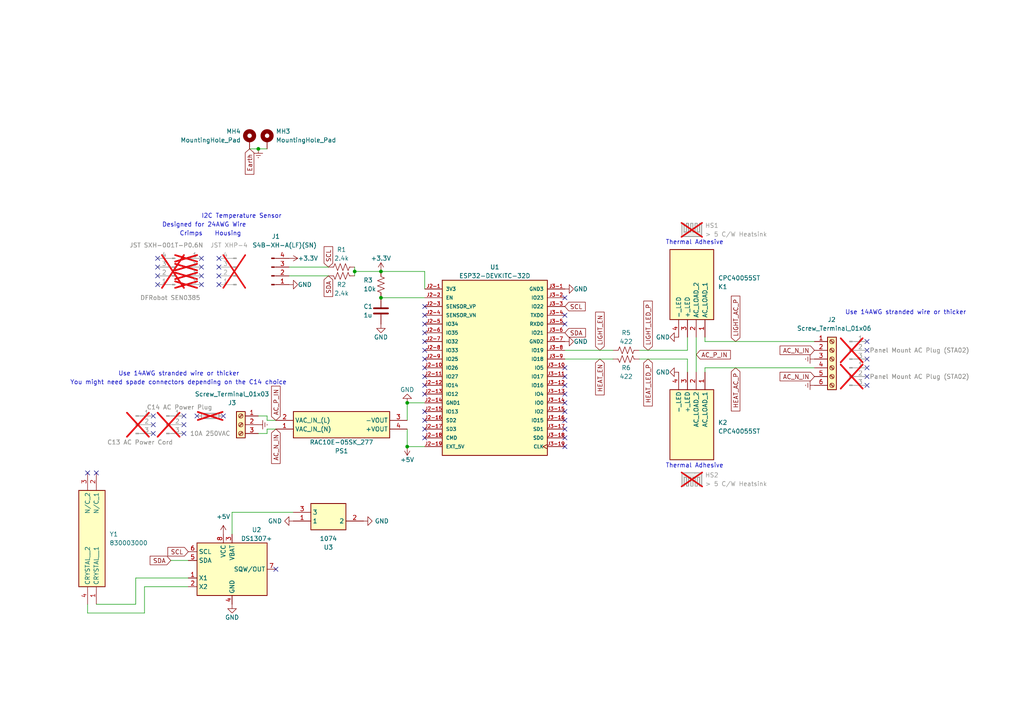
<source format=kicad_sch>
(kicad_sch (version 20231120) (generator "eeschema") (generator_version "8.0")
  (paper "A4")
  (lib_symbols
    (symbol "830003000:830003000"
      (property "Reference" "Y" (at 34.29 7.62 0))
      (property "Value" "830003000" (at 34.29 5.08 0))
      (symbol "830003000_1_1"
        (rectangle (start 5.08 2.54) (end 33.02 -5.08) (stroke (width 0.254)) (fill (type background)))
        (pin passive line (at 0 -2.54 0) (length 5.08) (name "CRYSTAL__1") (number "1"))
        (pin passive line (at 38.1 -2.54 180) (length 5.08) (name "N/C_1") (number "2"))
        (pin passive line (at 38.1 0 180) (length 5.08) (name "N/C_2") (number "3"))
        (pin passive line (at 0 0 0) (length 5.08) (name "CRYSTAL__2") (number "4"))
      )
    )
    (symbol "CPC40055ST:CPC40055ST"
      (property "Reference" "K" (at 26.67 7.62 0))
      (property "Value" "CPC40055ST" (at 26.67 5.08 0))
      (symbol "CPC40055ST_1_1"
        (rectangle (start 5.08 2.54) (end 25.4 -10.16) (stroke (width 0.254)) (fill (type background)))
        (pin passive line (at 0 0 0) (length 5.08) (name "AC_LOAD_1") (number "1"))
        (pin passive line (at 0 -2.54 0) (length 5.08) (name "AC_LOAD_2") (number "2"))
        (pin passive line (at 0 -5.08 0) (length 5.08) (name "+_LED") (number "3"))
        (pin passive line (at 0 -7.62 0) (length 5.08) (name "-_LED") (number "4"))
      )
    )
    (symbol "Connector:Conn_01x01_Pin" (pin_names (offset 1.016) hide)
      (property "Reference" "J" (at 0 2.54 0))
      (property "Value" "Conn_01x01_Pin" (at 0 -2.54 0))
      (symbol "Conn_01x01_Pin_1_1"
        (polyline (pts (xy 1.27 0) (xy 0.8636 0)) (stroke (width 0.1524)))
        (rectangle (start 0.8636 0.127) (end 0 -0.127) (stroke (width 0.1524)) (fill (type outline)))
        (pin passive line (at 5.08 0 180) (length 3.81) (name "Pin_1") (number "1"))
      )
    )
    (symbol "Connector:Conn_01x03_Pin" (pin_names (offset 1.016) hide)
      (property "Reference" "J" (at 0 5.08 0))
      (property "Value" "Conn_01x03_Pin" (at 0 -5.08 0))
      (symbol "Conn_01x03_Pin_1_1"
        (polyline (pts (xy 1.27 -2.54) (xy 0.8636 -2.54)) (stroke (width 0.1524)))
        (polyline (pts (xy 1.27 0) (xy 0.8636 0)) (stroke (width 0.1524)))
        (polyline (pts (xy 1.27 2.54) (xy 0.8636 2.54)) (stroke (width 0.1524)))
        (rectangle (start 0.8636 -2.413) (end 0 -2.667) (stroke (width 0.1524)) (fill (type outline)))
        (rectangle (start 0.8636 0.127) (end 0 -0.127) (stroke (width 0.1524)) (fill (type outline)))
        (rectangle (start 0.8636 2.667) (end 0 2.413) (stroke (width 0.1524)) (fill (type outline)))
        (pin passive line (at 5.08 2.54 180) (length 3.81) (name "Pin_1") (number "1"))
        (pin passive line (at 5.08 0 180) (length 3.81) (name "Pin_2") (number "2"))
        (pin passive line (at 5.08 -2.54 180) (length 3.81) (name "Pin_3") (number "3"))
      )
    )
    (symbol "Connector:Conn_01x04_Pin" (pin_names (offset 1.016) hide)
      (property "Reference" "J" (at 0 5.08 0))
      (property "Value" "Conn_01x04_Pin" (at 0 -7.62 0))
      (symbol "Conn_01x04_Pin_1_1"
        (polyline (pts (xy 1.27 -5.08) (xy 0.8636 -5.08)) (stroke (width 0.1524)))
        (polyline (pts (xy 1.27 -2.54) (xy 0.8636 -2.54)) (stroke (width 0.1524)))
        (polyline (pts (xy 1.27 0) (xy 0.8636 0)) (stroke (width 0.1524)))
        (polyline (pts (xy 1.27 2.54) (xy 0.8636 2.54)) (stroke (width 0.1524)))
        (rectangle (start 0.8636 -4.953) (end 0 -5.207) (stroke (width 0.1524)) (fill (type outline)))
        (rectangle (start 0.8636 -2.413) (end 0 -2.667) (stroke (width 0.1524)) (fill (type outline)))
        (rectangle (start 0.8636 0.127) (end 0 -0.127) (stroke (width 0.1524)) (fill (type outline)))
        (rectangle (start 0.8636 2.667) (end 0 2.413) (stroke (width 0.1524)) (fill (type outline)))
        (pin passive line (at 5.08 2.54 180) (length 3.81) (name "Pin_1") (number "1"))
        (pin passive line (at 5.08 0 180) (length 3.81) (name "Pin_2") (number "2"))
        (pin passive line (at 5.08 -2.54 180) (length 3.81) (name "Pin_3") (number "3"))
        (pin passive line (at 5.08 -5.08 180) (length 3.81) (name "Pin_4") (number "4"))
      )
    )
    (symbol "Connector:Screw_Terminal_01x03" (pin_names (offset 1.016) hide)
      (property "Reference" "J" (at 0 5.08 0))
      (property "Value" "Screw_Terminal_01x03" (at 0 -5.08 0))
      (symbol "Screw_Terminal_01x03_1_1"
        (rectangle (start -1.27 3.81) (end 1.27 -3.81) (stroke (width 0.254)) (fill (type background)))
        (circle (center 0 -2.54) (radius 0.635) (stroke (width 0.1524)))
        (polyline (pts (xy -0.5334 -2.2098) (xy 0.3302 -3.048)) (stroke (width 0.1524)))
        (polyline (pts (xy -0.5334 0.3302) (xy 0.3302 -0.508)) (stroke (width 0.1524)))
        (polyline (pts (xy -0.5334 2.8702) (xy 0.3302 2.032)) (stroke (width 0.1524)))
        (polyline (pts (xy -0.3556 -2.032) (xy 0.508 -2.8702)) (stroke (width 0.1524)))
        (polyline (pts (xy -0.3556 0.508) (xy 0.508 -0.3302)) (stroke (width 0.1524)))
        (polyline (pts (xy -0.3556 3.048) (xy 0.508 2.2098)) (stroke (width 0.1524)))
        (circle (center 0 0) (radius 0.635) (stroke (width 0.1524)))
        (circle (center 0 2.54) (radius 0.635) (stroke (width 0.1524)))
        (pin passive line (at -5.08 2.54 0) (length 3.81) (name "Pin_1") (number "1"))
        (pin passive line (at -5.08 0 0) (length 3.81) (name "Pin_2") (number "2"))
        (pin passive line (at -5.08 -2.54 0) (length 3.81) (name "Pin_3") (number "3"))
      )
    )
    (symbol "Connector:Screw_Terminal_01x06" (pin_names (offset 1.016) hide)
      (property "Reference" "J" (at 0 7.62 0))
      (property "Value" "Screw_Terminal_01x06" (at 0 -10.16 0))
      (symbol "Screw_Terminal_01x06_1_1"
        (rectangle (start -1.27 6.35) (end 1.27 -8.89) (stroke (width 0.254)) (fill (type background)))
        (circle (center 0 -7.62) (radius 0.635) (stroke (width 0.1524)))
        (circle (center 0 -5.08) (radius 0.635) (stroke (width 0.1524)))
        (circle (center 0 -2.54) (radius 0.635) (stroke (width 0.1524)))
        (polyline (pts (xy -0.5334 -7.2898) (xy 0.3302 -8.128)) (stroke (width 0.1524)))
        (polyline (pts (xy -0.5334 -4.7498) (xy 0.3302 -5.588)) (stroke (width 0.1524)))
        (polyline (pts (xy -0.5334 -2.2098) (xy 0.3302 -3.048)) (stroke (width 0.1524)))
        (polyline (pts (xy -0.5334 0.3302) (xy 0.3302 -0.508)) (stroke (width 0.1524)))
        (polyline (pts (xy -0.5334 2.8702) (xy 0.3302 2.032)) (stroke (width 0.1524)))
        (polyline (pts (xy -0.5334 5.4102) (xy 0.3302 4.572)) (stroke (width 0.1524)))
        (polyline (pts (xy -0.3556 -7.112) (xy 0.508 -7.9502)) (stroke (width 0.1524)))
        (polyline (pts (xy -0.3556 -4.572) (xy 0.508 -5.4102)) (stroke (width 0.1524)))
        (polyline (pts (xy -0.3556 -2.032) (xy 0.508 -2.8702)) (stroke (width 0.1524)))
        (polyline (pts (xy -0.3556 0.508) (xy 0.508 -0.3302)) (stroke (width 0.1524)))
        (polyline (pts (xy -0.3556 3.048) (xy 0.508 2.2098)) (stroke (width 0.1524)))
        (polyline (pts (xy -0.3556 5.588) (xy 0.508 4.7498)) (stroke (width 0.1524)))
        (circle (center 0 0) (radius 0.635) (stroke (width 0.1524)))
        (circle (center 0 2.54) (radius 0.635) (stroke (width 0.1524)))
        (circle (center 0 5.08) (radius 0.635) (stroke (width 0.1524)))
        (pin passive line (at -5.08 5.08 0) (length 3.81) (name "Pin_1") (number "1"))
        (pin passive line (at -5.08 2.54 0) (length 3.81) (name "Pin_2") (number "2"))
        (pin passive line (at -5.08 0 0) (length 3.81) (name "Pin_3") (number "3"))
        (pin passive line (at -5.08 -2.54 0) (length 3.81) (name "Pin_4") (number "4"))
        (pin passive line (at -5.08 -5.08 0) (length 3.81) (name "Pin_5") (number "5"))
        (pin passive line (at -5.08 -7.62 0) (length 3.81) (name "Pin_6") (number "6"))
      )
    )
    (symbol "Device:C" (pin_numbers hide) (pin_names (offset 0.254))
      (property "Reference" "C" (at 0.635 2.54 0))
      (property "Value" "C" (at 0.635 -2.54 0))
      (symbol "C_0_1"
        (polyline (pts (xy -2.032 -0.762) (xy 2.032 -0.762)) (stroke (width 0.508)))
        (polyline (pts (xy -2.032 0.762) (xy 2.032 0.762)) (stroke (width 0.508)))
      )
      (symbol "C_1_1"
        (pin passive line (at 0 3.81 270) (length 2.794) (name "~") (number "1"))
        (pin passive line (at 0 -3.81 90) (length 2.794) (name "~") (number "2"))
      )
    )
    (symbol "Device:Fuse" (pin_numbers hide) (pin_names (offset 0))
      (property "Reference" "F" (at 2.032 0 90))
      (property "Value" "Fuse" (at -1.905 0 90))
      (symbol "Fuse_0_1"
        (rectangle (start -0.762 -2.54) (end 0.762 2.54) (stroke (width 0.254)))
        (polyline (pts (xy 0 2.54) (xy 0 -2.54)))
      )
      (symbol "Fuse_1_1"
        (pin passive line (at 0 3.81 270) (length 1.27) (name "~") (number "1"))
        (pin passive line (at 0 -3.81 90) (length 1.27) (name "~") (number "2"))
      )
    )
    (symbol "Device:R_US" (pin_numbers hide) (pin_names (offset 0))
      (property "Reference" "R" (at 2.54 0 90))
      (property "Value" "R_US" (at -2.54 0 90))
      (symbol "R_US_0_1"
        (polyline (pts (xy 0 -2.286) (xy 0 -2.54)))
        (polyline (pts (xy 0 2.286) (xy 0 2.54)))
        (polyline (pts (xy 0 -0.762) (xy 1.016 -1.143) (xy 0 -1.524) (xy -1.016 -1.905) (xy 0 -2.286)))
        (polyline (pts (xy 0 0.762) (xy 1.016 0.381) (xy 0 0) (xy -1.016 -0.381) (xy 0 -0.762)))
        (polyline (pts (xy 0 2.286) (xy 1.016 1.905) (xy 0 1.524) (xy -1.016 1.143) (xy 0 0.762)))
      )
      (symbol "R_US_1_1"
        (pin passive line (at 0 3.81 270) (length 1.27) (name "~") (number "1"))
        (pin passive line (at 0 -3.81 90) (length 1.27) (name "~") (number "2"))
      )
    )
    (symbol "ESP32-DEVKITC-32D:ESP32-DEVKITC-32D" (pin_names (offset 1.016))
      (property "Reference" "U" (at -15.2572 26.0643 0))
      (property "Value" "ESP32-DEVKITC-32D" (at -15.2563 -27.9698 0))
      (symbol "ESP32-DEVKITC-32D_0_0"
        (rectangle (start -15.24 25.4) (end 15.24 -25.4) (stroke (width 0.254)) (fill (type background)))
        (pin bidirectional line (at -20.32 0 0) (length 5.08) (name "IO26") (number "J2-10"))
        (pin bidirectional line (at -20.32 -2.54 0) (length 5.08) (name "IO27") (number "J2-11"))
        (pin bidirectional line (at -20.32 -5.08 0) (length 5.08) (name "IO14") (number "J2-12"))
        (pin bidirectional line (at -20.32 -7.62 0) (length 5.08) (name "IO12") (number "J2-13"))
        (pin power_in line (at -20.32 -10.16 0) (length 5.08) (name "GND1") (number "J2-14"))
        (pin bidirectional line (at -20.32 -12.7 0) (length 5.08) (name "IO13") (number "J2-15"))
        (pin bidirectional line (at -20.32 -15.24 0) (length 5.08) (name "SD2") (number "J2-16"))
        (pin bidirectional line (at -20.32 -17.78 0) (length 5.08) (name "SD3") (number "J2-17"))
        (pin bidirectional line (at -20.32 -20.32 0) (length 5.08) (name "CMD") (number "J2-18"))
        (pin power_in line (at -20.32 -22.86 0) (length 5.08) (name "EXT_5V") (number "J2-19"))
        (pin input line (at -20.32 20.32 0) (length 5.08) (name "EN") (number "J2-2"))
        (pin input line (at -20.32 17.78 0) (length 5.08) (name "SENSOR_VP") (number "J2-3"))
        (pin input line (at -20.32 15.24 0) (length 5.08) (name "SENSOR_VN") (number "J2-4"))
        (pin bidirectional line (at -20.32 12.7 0) (length 5.08) (name "IO34") (number "J2-5"))
        (pin bidirectional line (at -20.32 10.16 0) (length 5.08) (name "IO35") (number "J2-6"))
        (pin bidirectional line (at -20.32 7.62 0) (length 5.08) (name "IO32") (number "J2-7"))
        (pin bidirectional line (at -20.32 5.08 0) (length 5.08) (name "IO33") (number "J2-8"))
        (pin bidirectional line (at -20.32 2.54 0) (length 5.08) (name "IO25") (number "J2-9"))
        (pin power_in line (at 20.32 22.86 180) (length 5.08) (name "GND3") (number "J3-1"))
        (pin bidirectional line (at 20.32 0 180) (length 5.08) (name "IO5") (number "J3-10"))
        (pin bidirectional line (at 20.32 -2.54 180) (length 5.08) (name "IO17") (number "J3-11"))
        (pin bidirectional line (at 20.32 -5.08 180) (length 5.08) (name "IO16") (number "J3-12"))
        (pin bidirectional line (at 20.32 -7.62 180) (length 5.08) (name "IO4") (number "J3-13"))
        (pin bidirectional line (at 20.32 -10.16 180) (length 5.08) (name "IO0") (number "J3-14"))
        (pin bidirectional line (at 20.32 -12.7 180) (length 5.08) (name "IO2") (number "J3-15"))
        (pin bidirectional line (at 20.32 -15.24 180) (length 5.08) (name "IO15") (number "J3-16"))
        (pin bidirectional line (at 20.32 -17.78 180) (length 5.08) (name "SD1") (number "J3-17"))
        (pin bidirectional line (at 20.32 -20.32 180) (length 5.08) (name "SD0") (number "J3-18"))
        (pin input clock (at 20.32 -22.86 180) (length 5.08) (name "CLK") (number "J3-19"))
        (pin bidirectional line (at 20.32 20.32 180) (length 5.08) (name "IO23") (number "J3-2"))
        (pin bidirectional line (at 20.32 17.78 180) (length 5.08) (name "IO22") (number "J3-3"))
        (pin output line (at 20.32 15.24 180) (length 5.08) (name "TXD0") (number "J3-4"))
        (pin input line (at 20.32 12.7 180) (length 5.08) (name "RXD0") (number "J3-5"))
        (pin bidirectional line (at 20.32 10.16 180) (length 5.08) (name "IO21") (number "J3-6"))
        (pin power_in line (at 20.32 7.62 180) (length 5.08) (name "GND2") (number "J3-7"))
        (pin bidirectional line (at 20.32 5.08 180) (length 5.08) (name "IO19") (number "J3-8"))
        (pin bidirectional line (at 20.32 2.54 180) (length 5.08) (name "IO18") (number "J3-9"))
      )
      (symbol "ESP32-DEVKITC-32D_1_0"
        (pin power_out line (at -20.32 22.86 0) (length 5.08) (name "3V3") (number "J2-1"))
      )
    )
    (symbol "Keystone 1074:1074"
      (property "Reference" "U" (at 16.51 7.62 0))
      (property "Value" "1074" (at 16.51 5.08 0))
      (symbol "1074_1_1"
        (rectangle (start 5.08 2.54) (end 15.24 -5.08) (stroke (width 0.254)) (fill (type background)))
        (pin passive line (at 20.32 0 180) (length 5.08) (name "1") (number "1"))
        (pin passive line (at 0 0 0) (length 5.08) (name "2") (number "2"))
        (pin passive line (at 20.32 -2.54 180) (length 5.08) (name "3") (number "3"))
      )
    )
    (symbol "Mechanical:Heatsink" (pin_names (offset 1.016))
      (property "Reference" "HS" (at 0 5.08 0))
      (property "Value" "Heatsink" (at 0 -1.27 0))
      (symbol "Heatsink_0_1"
        (polyline (pts (xy -0.3302 1.27) (xy -0.9652 1.27) (xy -0.9652 3.81) (xy -1.6002 3.81) (xy -1.6002 1.27) (xy -2.2352 1.27) (xy -2.2352 3.81) (xy -2.8702 3.81) (xy -2.8702 0) (xy -0.9652 0)) (stroke (width 0.254)) (fill (type background)))
        (polyline (pts (xy -0.3302 1.27) (xy -0.3302 3.81) (xy 0.3048 3.81) (xy 0.3048 1.27) (xy 0.9398 1.27) (xy 0.9398 3.81) (xy 1.5748 3.81) (xy 1.5748 1.27) (xy 2.2098 1.27) (xy 2.2098 3.81) (xy 2.8448 3.81) (xy 2.8448 0) (xy -0.9652 0)) (stroke (width 0.254)) (fill (type background)))
      )
    )
    (symbol "Mechanical:MountingHole_Pad" (pin_numbers hide) (pin_names (offset 1.016) hide)
      (property "Reference" "H" (at 0 6.35 0))
      (property "Value" "MountingHole_Pad" (at 0 4.445 0))
      (symbol "MountingHole_Pad_0_1"
        (circle (center 0 1.27) (radius 1.27) (stroke (width 1.27)))
      )
      (symbol "MountingHole_Pad_1_1"
        (pin input line (at 0 -2.54 90) (length 2.54) (name "1") (number "1"))
      )
    )
    (symbol "PassiveEarth:Earth" (power) (pin_names (offset 0))
      (symbol "Earth_0_1"
        (polyline (pts (xy -0.635 -1.905) (xy 0.635 -1.905)))
        (polyline (pts (xy -0.127 -2.54) (xy 0.127 -2.54)))
        (polyline (pts (xy 0 -1.27) (xy 0 0)))
        (polyline (pts (xy 1.27 -1.27) (xy -1.27 -1.27)))
      )
      (symbol "Earth_1_1"
        (pin passive line (at 0 0 270) (length 0) hide (name "Earth") (number "1"))
      )
    )
    (symbol "RAC10E-05SK_277:RAC10E-05SK_277"
      (property "Reference" "PS" (at 34.29 7.62 0))
      (property "Value" "RAC10E-05SK_277" (at 34.29 5.08 0))
      (symbol "RAC10E-05SK_277_1_1"
        (rectangle (start 5.08 2.54) (end 33.02 -5.08) (stroke (width 0.254)) (fill (type background)))
        (pin passive line (at 0 0 0) (length 5.08) (name "VAC_IN_(N)") (number "1"))
        (pin passive line (at 0 -2.54 0) (length 5.08) (name "VAC_IN_(L)") (number "2"))
        (pin power_out line (at 38.1 -2.54 180) (length 5.08) (name "-VOUT") (number "3"))
        (pin power_out line (at 38.1 0 180) (length 5.08) (name "+VOUT") (number "4"))
      )
    )
    (symbol "Timer_RTC:DS1307+"
      (property "Reference" "U" (at -8.89 8.89 0))
      (property "Value" "DS1307+" (at 1.27 8.89 0))
      (symbol "DS1307+_0_1"
        (rectangle (start -10.16 7.62) (end 10.16 -7.62) (stroke (width 0.254)) (fill (type background)))
      )
      (symbol "DS1307+_1_1"
        (pin input line (at -12.7 -2.54 0) (length 2.54) (name "X1") (number "1"))
        (pin input line (at -12.7 -5.08 0) (length 2.54) (name "X2") (number "2"))
        (pin power_in line (at 0 10.16 270) (length 2.54) (name "VBAT") (number "3"))
        (pin power_in line (at 0 -10.16 90) (length 2.54) (name "GND") (number "4"))
        (pin bidirectional line (at -12.7 2.54 0) (length 2.54) (name "SDA") (number "5"))
        (pin input line (at -12.7 5.08 0) (length 2.54) (name "SCL") (number "6"))
        (pin open_collector line (at 12.7 0 180) (length 2.54) (name "SQW/OUT") (number "7"))
        (pin power_in line (at -2.54 10.16 270) (length 2.54) (name "VCC") (number "8"))
      )
    )
    (symbol "power:+3.3V" (power) (pin_names (offset 0))
      (property "Value" "+3.3V" (at 0 3.556 0))
      (symbol "+3.3V_0_1"
        (polyline (pts (xy -0.762 1.27) (xy 0 2.54)))
        (polyline (pts (xy 0 0) (xy 0 2.54)))
        (polyline (pts (xy 0 2.54) (xy 0.762 1.27)))
      )
      (symbol "+3.3V_1_1"
        (pin power_in line (at 0 0 90) (length 0) hide (name "+3.3V") (number "1"))
      )
    )
    (symbol "power:+5V" (power) (pin_names (offset 0))
      (property "Value" "+5V" (at 0 3.556 0))
      (symbol "+5V_0_1"
        (polyline (pts (xy -0.762 1.27) (xy 0 2.54)))
        (polyline (pts (xy 0 0) (xy 0 2.54)))
        (polyline (pts (xy 0 2.54) (xy 0.762 1.27)))
      )
      (symbol "+5V_1_1"
        (pin power_in line (at 0 0 90) (length 0) hide (name "+5V") (number "1"))
      )
    )
    (symbol "power:GND" (power) (pin_names (offset 0))
      (property "Value" "GND" (at 0 -3.81 0))
      (symbol "GND_0_1"
        (polyline (pts (xy 0 0) (xy 0 -1.27) (xy 1.27 -1.27) (xy 0 -2.54) (xy -1.27 -1.27) (xy 0 -1.27)))
      )
      (symbol "GND_1_1"
        (pin power_in line (at 0 0 270) (length 0) hide (name "GND") (number "1"))
      )
    )
  )
  (junction (at 118.11 129.54))
  (junction (at 110.49 86.36))
  (junction (at 118.11 116.84))
  (junction (at 74.93 43.18))
  (junction (at 102.87 78.74))
  (junction (at 110.49 78.74))
  (no_connect (at 251.46 101.6))
  (no_connect (at 123.19 88.9))
  (no_connect (at 45.72 82.55))
  (no_connect (at 45.72 74.93))
  (no_connect (at 163.83 106.68))
  (no_connect (at 123.19 106.68))
  (no_connect (at 80.01 165.1))
  (no_connect (at 123.19 101.6))
  (no_connect (at 44.45 120.65))
  (no_connect (at 123.19 104.14))
  (no_connect (at 163.83 129.54))
  (no_connect (at 58.42 82.55))
  (no_connect (at 163.83 127))
  (no_connect (at 27.94 137.16))
  (no_connect (at 163.83 91.44))
  (no_connect (at 44.45 125.73))
  (no_connect (at 123.19 93.98))
  (no_connect (at 123.19 109.22))
  (no_connect (at 163.83 116.84))
  (no_connect (at 163.83 119.38))
  (no_connect (at 63.5 82.55))
  (no_connect (at 123.19 99.06))
  (no_connect (at 123.19 121.92))
  (no_connect (at 63.5 77.47))
  (no_connect (at 251.46 104.14))
  (no_connect (at 63.5 80.01))
  (no_connect (at 163.83 121.92))
  (no_connect (at 163.83 111.76))
  (no_connect (at 251.46 99.06))
  (no_connect (at 58.42 74.93))
  (no_connect (at 44.45 123.19))
  (no_connect (at 58.42 80.01))
  (no_connect (at 57.15 120.65))
  (no_connect (at 123.19 119.38))
  (no_connect (at 58.42 77.47))
  (no_connect (at 163.83 109.22))
  (no_connect (at 45.72 80.01))
  (no_connect (at 163.83 93.98))
  (no_connect (at 123.19 111.76))
  (no_connect (at 251.46 109.22))
  (no_connect (at 163.83 114.3))
  (no_connect (at 53.34 123.19))
  (no_connect (at 123.19 114.3))
  (no_connect (at 25.4 137.16))
  (no_connect (at 45.72 77.47))
  (no_connect (at 163.83 124.46))
  (no_connect (at 64.77 120.65))
  (no_connect (at 251.46 111.76))
  (no_connect (at 53.34 120.65))
  (no_connect (at 123.19 96.52))
  (no_connect (at 63.5 74.93))
  (no_connect (at 251.46 106.68))
  (no_connect (at 163.83 86.36))
  (no_connect (at 123.19 91.44))
  (no_connect (at 123.19 124.46))
  (no_connect (at 53.34 125.73))
  (no_connect (at 123.19 127))
  (wire (pts (xy 83.82 77.47) (xy 95.25 77.47)))
  (wire (pts (xy 41.91 177.8) (xy 41.91 170.18)))
  (wire (pts (xy 118.11 124.46) (xy 118.11 129.54)))
  (wire (pts (xy 102.87 78.74) (xy 102.87 80.01)))
  (wire (pts (xy 118.11 129.54) (xy 123.19 129.54)))
  (wire (pts (xy 199.39 97.79) (xy 199.39 101.6)))
  (wire (pts (xy 77.47 120.65) (xy 77.47 121.92)))
  (wire (pts (xy 123.19 78.74) (xy 123.19 83.82)))
  (wire (pts (xy 118.11 116.84) (xy 123.19 116.84)))
  (wire (pts (xy 201.93 97.79) (xy 201.93 107.95)))
  (wire (pts (xy 39.37 167.64) (xy 54.61 167.64)))
  (wire (pts (xy 27.94 175.26) (xy 39.37 175.26)))
  (wire (pts (xy 199.39 104.14) (xy 199.39 107.95)))
  (wire (pts (xy 74.93 120.65) (xy 77.47 120.65)))
  (wire (pts (xy 74.93 43.18) (xy 72.39 43.18)))
  (wire (pts (xy 163.83 101.6) (xy 177.8 101.6)))
  (wire (pts (xy 102.87 77.47) (xy 102.87 78.74)))
  (wire (pts (xy 118.11 116.84) (xy 118.11 121.92)))
  (wire (pts (xy 110.49 86.36) (xy 123.19 86.36)))
  (wire (pts (xy 67.31 148.59) (xy 85.09 148.59)))
  (wire (pts (xy 185.42 101.6) (xy 199.39 101.6)))
  (wire (pts (xy 77.47 124.46) (xy 80.01 124.46)))
  (wire (pts (xy 74.93 125.73) (xy 77.47 125.73)))
  (wire (pts (xy 83.82 80.01) (xy 95.25 80.01)))
  (wire (pts (xy 163.83 104.14) (xy 177.8 104.14)))
  (wire (pts (xy 204.47 106.68) (xy 236.22 106.68)))
  (wire (pts (xy 49.53 162.56) (xy 54.61 162.56)))
  (wire (pts (xy 74.93 43.18) (xy 77.47 43.18)))
  (wire (pts (xy 67.31 148.59) (xy 67.31 154.94)))
  (wire (pts (xy 204.47 99.06) (xy 204.47 97.79)))
  (wire (pts (xy 41.91 170.18) (xy 54.61 170.18)))
  (wire (pts (xy 204.47 107.95) (xy 204.47 106.68)))
  (wire (pts (xy 39.37 175.26) (xy 39.37 167.64)))
  (wire (pts (xy 185.42 104.14) (xy 199.39 104.14)))
  (wire (pts (xy 110.49 78.74) (xy 123.19 78.74)))
  (wire (pts (xy 25.4 175.26) (xy 25.4 177.8)))
  (wire (pts (xy 102.87 78.74) (xy 110.49 78.74)))
  (wire (pts (xy 77.47 125.73) (xy 77.47 124.46)))
  (wire (pts (xy 77.47 121.92) (xy 80.01 121.92)))
  (wire (pts (xy 25.4 177.8) (xy 41.91 177.8)))
  (wire (pts (xy 236.22 99.06) (xy 204.47 99.06)))
  (text "You might need spade connectors depending on the C14 choice" (at 20.32 111.76 0) (effects (font (size 1.27 1.27)) (justify left bottom)))
  (text "Thermal Adhesive" (at 193.04 135.89 0) (effects (font (size 1.27 1.27)) (justify left bottom)))
  (text "Use 14AWG stranded wire or thicker" (at 34.29 109.22 0) (effects (font (size 1.27 1.27)) (justify left bottom)))
  (text "Use 14AWG stranded wire or thicker" (at 245.11 91.44 0) (effects (font (size 1.27 1.27)) (justify left bottom)))
  (text "Designed for 24AWG Wire" (at 46.99 66.04 0) (effects (font (size 1.27 1.27)) (justify left bottom)))
  (text "Crimps" (at 52.07 68.58 0) (effects (font (size 1.27 1.27)) (justify left bottom)))
  (text "Housing" (at 62.23 68.58 0) (effects (font (size 1.27 1.27)) (justify left bottom)))
  (text "Thermal Adhesive" (at 193.04 71.12 0) (effects (font (size 1.27 1.27)) (justify left bottom)))
  (text "I2C Temperature Sensor" (at 58.42 63.5 0) (effects (font (size 1.27 1.27)) (justify left bottom)))
  (global_label "HEAT_EN" (shape input) (at 173.99 104.14 270) (property "Intersheetrefs" "${INTERSHEET_REFS}" (effects (hide yes))))
  (global_label "LIGHT_LED_P" (shape input) (at 187.96 101.6 90) (property "Intersheetrefs" "${INTERSHEET_REFS}" (effects (hide yes))))
  (global_label "HEAT_AC_P" (shape input) (at 213.36 106.68 270) (property "Intersheetrefs" "${INTERSHEET_REFS}" (effects (hide yes))))
  (global_label "SCL" (shape input) (at 163.83 88.9 0) (property "Intersheetrefs" "${INTERSHEET_REFS}" (effects (hide yes))))
  (global_label "SDA" (shape input) (at 95.25 80.01 270) (property "Intersheetrefs" "${INTERSHEET_REFS}" (effects (hide yes))))
  (global_label "AC_P_IN" (shape input) (at 201.93 102.87 0) (property "Intersheetrefs" "${INTERSHEET_REFS}" (effects (hide yes))))
  (global_label "AC_P_IN" (shape input) (at 80.01 121.92 90) (property "Intersheetrefs" "${INTERSHEET_REFS}" (effects (hide yes))))
  (global_label "AC_N_IN" (shape input) (at 236.22 109.22 180) (property "Intersheetrefs" "${INTERSHEET_REFS}" (effects (hide yes))))
  (global_label "AC_N_IN" (shape input) (at 80.01 124.46 270) (property "Intersheetrefs" "${INTERSHEET_REFS}" (effects (hide yes))))
  (global_label "SCL" (shape input) (at 54.61 160.02 180) (property "Intersheetrefs" "${INTERSHEET_REFS}" (effects (hide yes))))
  (global_label "SDA" (shape input) (at 49.53 162.56 180) (property "Intersheetrefs" "${INTERSHEET_REFS}" (effects (hide yes))))
  (global_label "HEAT_LED_P" (shape input) (at 187.96 104.14 270) (property "Intersheetrefs" "${INTERSHEET_REFS}" (effects (hide yes))))
  (global_label "SDA" (shape input) (at 163.83 96.52 0) (property "Intersheetrefs" "${INTERSHEET_REFS}" (effects (hide yes))))
  (global_label "LIGHT_AC_P" (shape input) (at 213.36 99.06 90) (property "Intersheetrefs" "${INTERSHEET_REFS}" (effects (hide yes))))
  (global_label "LIGHT_EN" (shape input) (at 173.99 101.6 90) (property "Intersheetrefs" "${INTERSHEET_REFS}" (effects (hide yes))))
  (global_label "Earth" (shape input) (at 72.39 43.18 270) (property "Intersheetrefs" "${INTERSHEET_REFS}" (effects (hide yes))))
  (global_label "SCL" (shape input) (at 95.25 77.47 90) (property "Intersheetrefs" "${INTERSHEET_REFS}" (effects (hide yes))))
  (global_label "AC_N_IN" (shape input) (at 236.22 101.6 180) (property "Intersheetrefs" "${INTERSHEET_REFS}" (effects (hide yes))))
  (symbol (lib_id "power:+5V") (at 64.77 154.94 0) (mirror y) (unit 1)
    (property "Reference" "#PWR015" (effects (hide yes)))
    (property "Value" "+5V" (at 64.77 149.86 0))
  )
  (symbol (lib_id "Device:R_US") (at 99.06 80.01 90) (mirror x) (unit 1)
    (property "Reference" "R2" (at 99.06 82.55 90))
    (property "Value" "2.4k" (at 99.06 85.09 90))
    (property "Footprint" "Resistor_SMD:R_1206_3216Metric_Pad1.30x1.75mm_HandSolder" (effects (hide yes)))
    (property "Datasheet" "https://industrial.panasonic.com/cdbs/www-data/pdf/RDM0000/AOA0000C307.pdf" (effects (hide yes)))
    (property "Manufacturer_Name" "Panasonic" (effects (hide yes)))
    (property "Manufacturer_Part_Number" "ERA-8AEB242V" (effects (hide yes)))
    (property "Price" "$0.64" (effects (hide yes)))
    (property "Digikey Link" "https://www.digikey.com/en/products/detail/panasonic-electronic-components/ERA-8AEB242V/3070902" (effects (hide yes)))
    (property "Mouser Link" "https://www.mouser.com/ProductDetail/667-ERA-8AEB242V" (effects (hide yes)))
  )
  (symbol (lib_id "Device:R_US") (at 99.06 77.47 90) (unit 1)
    (property "Reference" "R1" (at 99.06 72.39 90))
    (property "Value" "2.4k" (at 99.06 74.93 90))
    (property "Footprint" "Resistor_SMD:R_1206_3216Metric_Pad1.30x1.75mm_HandSolder" (effects (hide yes)))
    (property "Datasheet" "https://industrial.panasonic.com/cdbs/www-data/pdf/RDM0000/AOA0000C307.pdf" (effects (hide yes)))
    (property "Manufacturer_Name" "Panasonic" (effects (hide yes)))
    (property "Manufacturer_Part_Number" "ERA-8AEB242V" (effects (hide yes)))
    (property "Price" "$0.64" (effects (hide yes)))
    (property "Digikey Link" "https://www.digikey.com/en/products/detail/panasonic-electronic-components/ERA-8AEB242V/3070902" (effects (hide yes)))
    (property "Mouser Link" "https://www.mouser.com/ProductDetail/667-ERA-8AEB242V" (effects (hide yes)))
  )
  (symbol (lib_id "Mechanical:MountingHole_Pad") (at 77.47 40.64 0) (unit 1) (exclude_from_sim yes) (in_bom no)
    (property "Reference" "MH3" (at 80.01 38.1 0) (effects (justify left)))
    (property "Value" "MountingHole_Pad" (at 80.01 40.64 0) (effects (justify left)))
    (property "Footprint" "MountingHole:MountingHole_3.2mm_M3_Pad_Via" (effects (hide yes)))
  )
  (symbol (lib_id "Connector:Screw_Terminal_01x06") (at 241.3 104.14 0) (unit 1) (exclude_from_sim yes)
    (property "Reference" "J2" (at 240.03 92.71 0) (effects (justify left)))
    (property "Value" "Screw_Terminal_01x06" (at 231.14 95.25 0) (effects (justify left)))
    (property "Footprint" "Phoenix 1713969:1713969" (effects (hide yes)))
    (property "Datasheet" "https://www.phoenixcontact.com/en-us/products/printed-circuit-board-terminal-mkds-5-6-635-1713969?type=pdf" (effects (hide yes)))
    (property "Manufacturer_Name" "Phoenix Contact" (effects (hide yes)))
    (property "Manufacturer_Part_Number" "1713969" (effects (hide yes)))
    (property "Price" "$5.84" (effects (hide yes)))
    (property "Digikey Link" "https://www.digikey.com/en/products/detail/phoenix-contact/1713969/6162773" (effects (hide yes)))
    (property "Mouser Link" "https://www.mouser.com/ProductDetail/651-1713969" (effects (hide yes)))
  )
  (symbol (lib_id "Device:R_US") (at 181.61 104.14 90) (mirror x) (unit 1)
    (property "Reference" "R6" (at 181.61 106.68 90))
    (property "Value" "422" (at 181.61 109.22 90))
    (property "Footprint" "Resistor_SMD:R_1206_3216Metric_Pad1.30x1.75mm_HandSolder" (effects (hide yes)))
    (property "Datasheet" "https://industrial.panasonic.com/cdbs/www-data/pdf/RDM0000/AOA0000C307.pdf" (effects (hide yes)))
    (property "Manufacturer_Name" "Panasonic" (effects (hide yes)))
    (property "Manufacturer_Part_Number" "ERA-8AEB4220V" (effects (hide yes)))
    (property "Price" "$0.66" (effects (hide yes)))
    (property "Digikey Link" "https://www.digikey.com/en/products/detail/panasonic-electronic-components/ERA-8AEB4220V/3071017" (effects (hide yes)))
    (property "Mouser Link" "https://www.mouser.com/ProductDetail/667-ERA-8AEB4220V" (effects (hide yes)))
  )
  (symbol (lib_id "Device:R_US") (at 110.49 82.55 180) (unit 1)
    (property "Reference" "R3" (at 105.41 81.28 0) (effects (justify right)))
    (property "Value" "10k" (at 105.41 83.82 0) (effects (justify right)))
    (property "Footprint" "Resistor_SMD:R_1206_3216Metric_Pad1.30x1.75mm_HandSolder" (effects (hide yes)))
    (property "Datasheet" "https://industrial.panasonic.com/cdbs/www-data/pdf/RDM0000/AOA0000C307.pdf" (effects (hide yes)))
    (property "Manufacturer_Name" "Panasonic" (effects (hide yes)))
    (property "Manufacturer_Part_Number" "ERA-8AEB103V" (effects (hide yes)))
    (property "Price" "$0.70" (effects (hide yes)))
    (property "Digikey Link" "https://www.digikey.com/en/products/detail/panasonic-electronic-components/ERA-8AEB103V/3070742" (effects (hide yes)))
    (property "Mouser Link" "https://www.mouser.com/ProductDetail/667-ERA-8AEB103V" (effects (hide yes)))
  )
  (symbol (lib_id "power:GND") (at 163.83 83.82 90) (unit 1)
    (property "Reference" "#PWR07" (effects (hide yes)))
    (property "Value" "GND" (at 166.37 83.82 90) (effects (justify right)))
  )
  (symbol (lib_id "power:+3.3V") (at 83.82 74.93 270) (unit 1)
    (property "Reference" "#PWR012" (effects (hide yes)))
    (property "Value" "+3.3V" (at 86.36 74.93 90) (effects (justify left)))
  )
  (symbol (lib_id "power:GND") (at 196.85 107.95 270) (unit 1)
    (property "Reference" "#PWR010" (effects (hide yes)))
    (property "Value" "GND" (at 194.31 107.95 90) (effects (justify right)))
  )
  (symbol (lib_id "Connector:Conn_01x04_Pin") (at 50.8 80.01 180) (unit 1) (exclude_from_sim yes) (on_board no) (dnp yes)
    (property "Reference" "TempSensor1" (effects (hide yes)))
    (property "Value" "DFRobot SEN0385" (at 40.64 86.36 0) (effects (justify right)))
    (property "Datasheet" "https://media.digikey.com/pdf/Data%20Sheets/DFRobot%20PDFs/SEN0385_Web.pdf" (effects (hide yes)))
    (property "Manufacturer_Name" "DFRobot" (effects (hide yes)))
    (property "Manufacturer_Part_Number" "SEN0385" (effects (hide yes)))
    (property "Price" "$19.90" (effects (hide yes)))
    (property "Digikey Link" "https://www.digikey.com/en/products/detail/dfrobot/SEN0385/13590873" (effects (hide yes)))
    (property "Mouser Link" "https://www.mouser.com/ProductDetail/426-SEN0385" (effects (hide yes)))
  )
  (symbol (lib_id "Device:R_US") (at 181.61 101.6 90) (unit 1)
    (property "Reference" "R5" (at 181.61 96.52 90))
    (property "Value" "422" (at 181.61 99.06 90))
    (property "Footprint" "Resistor_SMD:R_1206_3216Metric_Pad1.30x1.75mm_HandSolder" (effects (hide yes)))
    (property "Datasheet" "https://industrial.panasonic.com/cdbs/www-data/pdf/RDM0000/AOA0000C307.pdf" (effects (hide yes)))
    (property "Manufacturer_Name" "Panasonic" (effects (hide yes)))
    (property "Manufacturer_Part_Number" "ERA-8AEB4220V" (effects (hide yes)))
    (property "Price" "$0.66" (effects (hide yes)))
    (property "Digikey Link" "https://www.digikey.com/en/products/detail/panasonic-electronic-components/ERA-8AEB4220V/3071017" (effects (hide yes)))
    (property "Mouser Link" "https://www.mouser.com/ProductDetail/667-ERA-8AEB4220V" (effects (hide yes)))
  )
  (symbol (lib_id "power:GND") (at 110.49 93.98 0) (unit 1)
    (property "Reference" "#PWR09" (effects (hide yes)))
    (property "Value" "GND" (at 110.49 97.79 0))
  )
  (symbol (lib_id "ESP32-DEVKITC-32D:ESP32-DEVKITC-32D") (at 143.51 106.68 0) (unit 1) (exclude_from_sim yes)
    (property "Reference" "U1" (at 143.51 77.47 0))
    (property "Value" "ESP32-DEVKITC-32D" (at 143.51 80.01 0))
    (property "Footprint" "ESP32-DEVKITC-32D:MODULE_ESP32-DEVKITC-32D" (effects (hide yes)))
    (property "Datasheet" "https://www.mouser.com/pdfDocs/esp32_datasheet_en.pdf" (effects (hide yes)))
    (property "Manufacturer_Name" "Espressif Systems" (effects (hide yes)))
    (property "Manufacturer_Part_Number" "ESP32-DevKitC-32E" (effects (hide yes)))
    (property "Price" "$10.00" (effects (hide yes)))
    (property "Digikey Link" "https://www.digikey.com/en/products/detail/espressif-systems/ESP32-DEVKITC-32D/9356990" (effects (hide yes)))
    (property "Mouser Link" "https://www.mouser.com/ProductDetail/356-ESP32-DEVKITC32E" (effects (hide yes)))
  )
  (symbol (lib_id "Mechanical:MountingHole_Pad") (at 72.39 40.64 0) (mirror y) (unit 1) (exclude_from_sim yes) (in_bom no)
    (property "Reference" "MH4" (at 69.85 38.1 0) (effects (justify left)))
    (property "Value" "MountingHole_Pad" (at 69.85 40.64 0) (effects (justify left)))
    (property "Footprint" "MountingHole:MountingHole_3.2mm_M3_Pad_Via" (effects (hide yes)))
  )
  (symbol (lib_id "830003000:830003000") (at 25.4 175.26 90) (unit 1)
    (property "Reference" "Y1" (at 31.75 154.9399 90) (effects (justify right)))
    (property "Value" "830003000" (at 31.75 157.4799 90) (effects (justify right)))
    (property "Footprint" "830003000:830003000" (effects (hide yes)))
    (property "Datasheet" "https://www.we-online.com/components/products/datasheet/830003000.pdf" (effects (hide yes)))
    (property "Description" "32.768 kHz +/-20ppm Crystal 12.5pF 50 kOhms 4-SOJ, 5.5mm pitch " (effects (hide yes)))
    (property "Height" "2.5" (effects (hide yes)))
    (property "Mouser Part Number" "710-830003000" (effects (hide yes)))
    (property "Mouser Price/Stock" "https://www.mouser.co.uk/ProductDetail/Wurth-Elektronik/830003000?qs=2WXlatMagcFgTyBqolG%2Fpw%3D%3D" (effects (hide yes)))
    (property "Manufacturer_Name" "Wurth Elektronik" (effects (hide yes)))
    (property "Manufacturer_Part_Number" "830003000" (effects (hide yes)))
  )
  (symbol (lib_id "power:GND") (at 163.83 99.06 90) (unit 1)
    (property "Reference" "#PWR08" (effects (hide yes)))
    (property "Value" "GND" (at 166.37 99.06 90) (effects (justify right)))
  )
  (symbol (lib_id "CPC40055ST:CPC40055ST") (at 204.47 97.79 270) (mirror x) (unit 1) (exclude_from_sim yes)
    (property "Reference" "K1" (at 208.28 83.185 90) (effects (justify left)))
    (property "Value" "CPC40055ST" (at 208.28 80.645 90) (effects (justify left)))
    (property "Footprint" "CPC40055ST:CPC40055ST" (effects (hide yes)))
    (property "Datasheet" "https://www.ixysic.com/home/pdfs.nsf/www/CPC40055ST.pdf/$file/CPC40055ST.pdf" (effects (hide yes)))
    (property "Manufacturer_Name" "IXYS Integrated Circuits Division" (effects (hide yes)))
    (property "Manufacturer_Part_Number" "CPC40055ST" (effects (hide yes)))
    (property "Price" "$13.35" (effects (hide yes)))
    (property "Digikey Link" "https://www.digikey.com/en/products/detail/ixys-integrated-circuits-division/CPC40055ST/4785448" (effects (hide yes)))
    (property "Mouser Link" "https://www.mouser.com/ProductDetail/849-CPC40055ST" (effects (hide yes)))
  )
  (symbol (lib_id "CPC40055ST:CPC40055ST") (at 204.47 107.95 270) (unit 1) (exclude_from_sim yes)
    (property "Reference" "K2" (at 208.28 122.555 90) (effects (justify left)))
    (property "Value" "CPC40055ST" (at 208.28 125.095 90) (effects (justify left)))
    (property "Footprint" "CPC40055ST:CPC40055ST" (effects (hide yes)))
    (property "Datasheet" "https://www.ixysic.com/home/pdfs.nsf/www/CPC40055ST.pdf/$file/CPC40055ST.pdf" (effects (hide yes)))
    (property "Manufacturer_Name" "IXYS Integrated Circuits Division" (effects (hide yes)))
    (property "Manufacturer_Part_Number" "CPC40055ST" (effects (hide yes)))
    (property "Price" "$13.35" (effects (hide yes)))
    (property "Digikey Link" "https://www.digikey.com/en/products/detail/ixys-integrated-circuits-division/CPC40055ST/4785448" (effects (hide yes)))
    (property "Mouser Link" "https://www.mouser.com/ProductDetail/849-CPC40055ST" (effects (hide yes)))
  )
  (symbol (lib_id "PassiveEarth:Earth") (at 236.22 111.76 270) (unit 1)
    (property "Reference" "#PWR03" (effects (hide yes)))
    (property "Value" "Earth" (effects (hide yes)))
  )
  (symbol (lib_id "power:GND") (at 67.31 175.26 0) (unit 1)
    (property "Reference" "#PWR016" (effects (hide yes)))
    (property "Value" "GND" (at 67.31 179.07 0))
  )
  (symbol (lib_id "Connector:Conn_01x01_Pin") (at 53.34 74.93 0) (unit 1) (exclude_from_sim yes) (on_board no) (dnp yes)
    (property "Reference" "TempPlugCrimp1" (effects (hide yes)))
    (property "Value" "JST SXH-001T-P0.6N" (at 48.26 71.12 0))
    (property "Datasheet" "https://www.jst-mfg.com/product/pdf/eng/eXH.pdf" (effects (hide yes)))
    (property "Manufacturer_Name" "JST" (effects (hide yes)))
    (property "Manufacturer_Part_Number" "SXH-001T-P0.6N" (effects (hide yes)))
    (property "Price" "$0.10" (effects (hide yes)))
    (property "Digikey Link" "https://www.digikey.com/en/products/detail/jst-sales-america-inc/SXH-001T-P0-6N/7041446" (effects (hide yes)))
  )
  (symbol (lib_id "power:+3.3V") (at 110.49 78.74 0) (unit 1)
    (property "Reference" "#PWR014" (effects (hide yes)))
    (property "Value" "+3.3V" (at 110.49 74.93 0))
  )
  (symbol (lib_id "Connector:Conn_01x01_Pin") (at 53.34 82.55 0) (unit 1) (exclude_from_sim yes) (on_board no) (dnp yes)
    (property "Reference" "TempPlugCrimp4" (effects (hide yes)))
    (property "Value" "JST SXH-001T-P0.6N" (effects (hide yes)))
    (property "Datasheet" "https://www.jst-mfg.com/product/pdf/eng/eXH.pdf" (effects (hide yes)))
    (property "Manufacturer_Name" "JST" (effects (hide yes)))
    (property "Manufacturer_Part_Number" "SXH-001T-P0.6N" (effects (hide yes)))
    (property "Price" "$0.10" (effects (hide yes)))
    (property "Digikey Link" "https://www.digikey.com/en/products/detail/jst-sales-america-inc/SXH-001T-P0-6N/7041446" (effects (hide yes)))
  )
  (symbol (lib_id "RAC10E-05SK_277:RAC10E-05SK_277") (at 80.01 124.46 0) (mirror x) (unit 1) (exclude_from_sim yes)
    (property "Reference" "PS1" (at 99.06 130.81 0))
    (property "Value" "RAC10E-05SK_277" (at 99.06 128.27 0))
    (property "Footprint" "RAC10E-05SK_277:RAC10E05SK277" (effects (hide yes)))
    (property "Datasheet" "https://recom-power.com/pdf/Powerline_AC-DC/RAC10E-K_277.pdf" (effects (hide yes)))
    (property "Manufacturer_Name" "RECOM Power" (effects (hide yes)))
    (property "Manufacturer_Part_Number" "RAC10E-05SK/277" (effects (hide yes)))
    (property "Price" "$9.55" (effects (hide yes)))
    (property "Digikey Link" "https://www.digikey.com/en/products/detail/recom-power/RAC10E-05SK-277/15990855" (effects (hide yes)))
    (property "Mouser Link" "https://www.mouser.com/ProductDetail/919-RAC10E-05SK-277" (effects (hide yes)))
  )
  (symbol (lib_id "Connector:Conn_01x01_Pin") (at 53.34 77.47 0) (unit 1) (exclude_from_sim yes) (on_board no) (dnp yes)
    (property "Reference" "TempPlugCrimp2" (effects (hide yes)))
    (property "Value" "JST SXH-001T-P0.6N" (effects (hide yes)))
    (property "Datasheet" "https://www.jst-mfg.com/product/pdf/eng/eXH.pdf" (effects (hide yes)))
    (property "Manufacturer_Name" "JST" (effects (hide yes)))
    (property "Manufacturer_Part_Number" "SXH-001T-P0.6N" (effects (hide yes)))
    (property "Price" "$0.10" (effects (hide yes)))
    (property "Digikey Link" "https://www.digikey.com/en/products/detail/jst-sales-america-inc/SXH-001T-P0-6N/7041446" (effects (hide yes)))
  )
  (symbol (lib_id "Connector:Conn_01x03_Pin") (at 39.37 123.19 0) (unit 1) (exclude_from_sim yes) (on_board no) (dnp yes)
    (property "Reference" "ACCord1" (effects (hide yes)))
    (property "Value" "C13 AC Power Cord" (at 40.64 128.27 0))
    (property "Manufacturer_Name" "Cable Leader" (effects (hide yes)))
    (property "Manufacturer_Part_Number" "14 AWG 15 Amp" (effects (hide yes)))
    (property "Price" "$9.99" (effects (hide yes)))
    (property "Amazon Link" "https://www.amazon.com/dp/B07KBDPH8X" (effects (hide yes)))
  )
  (symbol (lib_id "Connector:Screw_Terminal_01x03") (at 69.85 123.19 0) (mirror y) (unit 1) (exclude_from_sim yes)
    (property "Reference" "J3" (at 67.31 116.84 0))
    (property "Value" "Screw_Terminal_01x03" (at 67.31 114.3 0))
    (property "Footprint" "Phoenix 1714968:1714968" (effects (hide yes)))
    (property "Datasheet" "https://www.phoenixcontact.com/en-us/products/printed-circuit-board-terminal-mkds-5-3-635-1714968?type=pdf" (effects (hide yes)))
    (property "Manufacturer_Name" "Phoenix Contact" (effects (hide yes)))
    (property "Manufacturer_Part_Number" "1714968" (effects (hide yes)))
    (property "Price" "$2.79" (effects (hide yes)))
    (property "Digikey Link" "https://www.digikey.com/en/products/detail/phoenix-contact/1714968/260638" (effects (hide yes)))
    (property "Mouser Link" "https://www.mouser.com/ProductDetail/651-1714968" (effects (hide yes)))
  )
  (symbol (lib_id "PassiveEarth:Earth") (at 236.22 104.14 270) (unit 1)
    (property "Reference" "#PWR01" (effects (hide yes)))
    (property "Value" "Earth" (effects (hide yes)))
  )
  (symbol (lib_id "Mechanical:Heatsink") (at 200.66 137.16 180) (unit 1) (exclude_from_sim yes) (on_board no) (dnp yes)
    (property "Reference" "HS2" (at 204.47 137.795 0) (effects (justify right)))
    (property "Value" "> 5 C/W Heatsink" (at 204.47 140.335 0) (effects (justify right)))
    (property "Datasheet" "https://info.boydcorp.com/hubfs/Thermal/Air-Cooling/Boyd-Board-Level-Cooling-Extruded-5080.pdf" (effects (hide yes)))
    (property "Manufacturer_Name" "Aavid" (effects (hide yes)))
    (property "Manufacturer_Part_Number" "508500B00000G" (effects (hide yes)))
    (property "Price" "$1.06" (effects (hide yes)))
    (property "Digikey Link" "https://www.digikey.com/en/products/detail/aavid-thermal-division-of-boyd-corporation/508500B00000G/373762" (effects (hide yes)))
    (property "Mouser Link" "https://www.mouser.com/ProductDetail/532-508500B00" (effects (hide yes)))
  )
  (symbol (lib_id "power:GND") (at 118.11 116.84 0) (mirror x) (unit 1)
    (property "Reference" "#PWR05" (effects (hide yes)))
    (property "Value" "GND" (at 118.11 113.03 0))
  )
  (symbol (lib_id "Connector:Conn_01x04_Pin") (at 68.58 80.01 180) (unit 1) (exclude_from_sim yes) (on_board no) (dnp yes)
    (property "Reference" "TempPlug1" (effects (hide yes)))
    (property "Value" "JST XHP-4" (at 60.96 71.12 0) (effects (justify right)))
    (property "Datasheet" "https://www.jst-mfg.com/product/pdf/eng/eXH.pdf" (effects (hide yes)))
    (property "Manufacturer_Name" "JST" (effects (hide yes)))
    (property "Manufacturer_Part_Number" "XHP-4" (effects (hide yes)))
    (property "Price" "$0.11" (effects (hide yes)))
    (property "Digikey Link" "https://www.digikey.com/en/products/detail/jst-sales-america-inc/XHP-4/683353" (effects (hide yes)))
  )
  (symbol (lib_id "Connector:Conn_01x03_Pin") (at 246.38 109.22 0) (unit 1) (exclude_from_sim yes) (on_board no) (dnp yes)
    (property "Reference" "ACOutput2" (effects (hide yes)))
    (property "Value" "Panel Mount AC Plug (STA02)" (at 266.7 109.22 0))
    (property "Manufacturer_Name" "FILSHU" (effects (hide yes)))
    (property "Manufacturer_Part_Number" "STA02" (effects (hide yes)))
    (property "Price" "$9.99" (effects (hide yes)))
    (property "Amazon Link" "https://www.amazon.com/dp/B09V27W6H6" (effects (hide yes)))
  )
  (symbol (lib_id "power:GND") (at 196.85 97.79 270) (unit 1)
    (property "Reference" "#PWR011" (effects (hide yes)))
    (property "Value" "GND" (at 194.31 97.79 90) (effects (justify right)))
  )
  (symbol (lib_id "PassiveEarth:Earth") (at 74.93 43.18 0) (unit 1)
    (property "Reference" "#PWR013" (effects (hide yes)))
    (property "Value" "Earth" (effects (hide yes)))
  )
  (symbol (lib_id "power:+5V") (at 118.11 129.54 0) (mirror x) (unit 1)
    (property "Reference" "#PWR02" (effects (hide yes)))
    (property "Value" "+5V" (at 118.11 133.35 0))
  )
  (symbol (lib_id "power:GND") (at 105.41 151.13 90) (unit 1)
    (property "Reference" "#PWR018" (effects (hide yes)))
    (property "Value" "GND" (at 110.744 151.13 90))
  )
  (symbol (lib_id "Timer_RTC:DS1307+") (at 67.31 165.1 0) (unit 1)
    (property "Reference" "U2" (at 74.422 153.67 0))
    (property "Value" "DS1307+" (at 74.422 156.21 0))
    (property "Footprint" "Package_DIP:DIP-8_W7.62mm" (effects (hide yes)))
    (property "Datasheet" "https://datasheets.maximintegrated.com/en/ds/DS1307.pdf" (effects (hide yes)))
    (property "Description" "64 x 8, Serial, I2C Real-time clock, 4.5V to 5.5V VCC, 0°C to +70°C, DIP-8" (effects (hide yes)))
  )
  (symbol (lib_id "Device:Fuse") (at 60.96 120.65 90) (unit 1) (exclude_from_sim yes) (on_board no) (dnp yes)
    (property "Reference" "ACFuse1" (effects (hide yes)))
    (property "Value" "10A 250VAC" (at 60.96 125.73 90))
    (property "Datasheet" "https://www.littelfuse.com/media?resourcetype=datasheets&itemid=a0d11841-302e-49a3-9086-a6d43e30edf0&filename=littelfuse-fuse-215-datasheet" (effects (hide yes)))
    (property "Model" "Littelfuse 0215010.MXF60P" (effects (hide yes)))
    (property "Manufacturer_Name" "Littelfuse" (effects (hide yes)))
    (property "Manufacturer_Part_Number" "0215010.MXF60P" (effects (hide yes)))
    (property "Price" "$0.53" (effects (hide yes)))
    (property "Digikey Link" "https://www.digikey.com/en/products/detail/littelfuse-inc/0215010-MXF60P/4285806" (effects (hide yes)))
    (property "Mouser Link" "https://www.mouser.com/ProductDetail/576-0215010.MXF60P" (effects (hide yes)))
  )
  (symbol (lib_id "Device:C") (at 110.49 90.17 0) (unit 1)
    (property "Reference" "C1" (at 105.41 88.9 0) (effects (justify left)))
    (property "Value" "1u" (at 105.41 91.44 0) (effects (justify left)))
    (property "Footprint" "Capacitor_SMD:C_1206_3216Metric_Pad1.33x1.80mm_HandSolder" (effects (hide yes)))
    (property "Datasheet" "https://search.murata.co.jp/Ceramy/image/img/A01X/G101/ENG/GRM31CR72A105KA01-01.pdf" (effects (hide yes)))
    (property "Manufacturer_Name" "Murata" (effects (hide yes)))
    (property "Manufacturer_Part_Number" "GRM31CR72A105KA01K" (effects (hide yes)))
    (property "Price" "$0.78" (effects (hide yes)))
    (property "Digikey Link" "https://www.digikey.com/en/products/detail/murata-electronics/GRM31CR72A105KA01K/2548212" (effects (hide yes)))
    (property "Mouser Link" "https://www.mouser.com/ProductDetail/81-GRM31CR72A105KA1K" (effects (hide yes)))
  )
  (symbol (lib_id "Keystone 1074:1074") (at 105.41 151.13 180) (unit 1)
    (property "Reference" "U3" (at 95.25 158.75 0))
    (property "Value" "1074" (at 95.25 156.21 0))
    (property "Footprint" "Keystone 1074:1074" (effects (hide yes)))
    (property "Datasheet" "https://www.keyelco.com/product-pdf.cfm?p=14390" (effects (hide yes)))
    (property "Description" "Coin Cell Battery Holders VERTICAL THM COIN CELL HOLDER" (effects (hide yes)))
    (property "Height" "18.3" (effects (hide yes)))
    (property "Mouser Part Number" "534-1074" (effects (hide yes)))
    (property "Mouser Price/Stock" "https://www.mouser.co.uk/ProductDetail/Keystone-Electronics/1074?qs=u16ybLDytRZ%2FZj7HSRmD5g%3D%3D" (effects (hide yes)))
    (property "Manufacturer_Name" "Keystone Electronics" (effects (hide yes)))
    (property "Manufacturer_Part_Number" "1074" (effects (hide yes)))
  )
  (symbol (lib_id "Connector:Conn_01x01_Pin") (at 53.34 80.01 0) (unit 1) (exclude_from_sim yes) (on_board no) (dnp yes)
    (property "Reference" "TempPlugCrimp3" (effects (hide yes)))
    (property "Value" "JST SXH-001T-P0.6N" (effects (hide yes)))
    (property "Datasheet" "https://www.jst-mfg.com/product/pdf/eng/eXH.pdf" (effects (hide yes)))
    (property "Manufacturer_Name" "JST" (effects (hide yes)))
    (property "Manufacturer_Part_Number" "SXH-001T-P0.6N" (effects (hide yes)))
    (property "Price" "$0.10" (effects (hide yes)))
    (property "Digikey Link" "https://www.digikey.com/en/products/detail/jst-sales-america-inc/SXH-001T-P0-6N/7041446" (effects (hide yes)))
  )
  (symbol (lib_id "Connector:Conn_01x03_Pin") (at 48.26 123.19 0) (unit 1) (exclude_from_sim yes) (on_board no) (dnp yes)
    (property "Reference" "ACPlug1" (effects (hide yes)))
    (property "Value" "C14 AC Power Plug" (at 52.07 118.11 0))
    (property "Manufacturer_Name" "FILSHU" (effects (hide yes)))
    (property "Manufacturer_Part_Number" "15A Rocker Switch and Fuse" (effects (hide yes)))
    (property "Price" "$8.99" (effects (hide yes)))
    (property "Amazon Link" "https://www.amazon.com/dp/B0895T9NXF" (effects (hide yes)))
  )
  (symbol (lib_id "Connector:Conn_01x03_Pin") (at 246.38 101.6 0) (unit 1) (exclude_from_sim yes) (on_board no) (dnp yes)
    (property "Reference" "ACOutput1" (effects (hide yes)))
    (property "Value" "Panel Mount AC Plug (STA02)" (at 266.7 101.6 0))
    (property "Manufacturer_Name" "FILSHU" (effects (hide yes)))
    (property "Manufacturer_Part_Number" "STA02" (effects (hide yes)))
    (property "Price" "$9.99" (effects (hide yes)))
    (property "Amazon Link" "https://www.amazon.com/dp/B09V27W6H6" (effects (hide yes)))
  )
  (symbol (lib_id "PassiveEarth:Earth") (at 74.93 123.19 90) (unit 1)
    (property "Reference" "#PWR04" (effects (hide yes)))
    (property "Value" "Earth" (effects (hide yes)))
  )
  (symbol (lib_id "power:GND") (at 85.09 151.13 270) (unit 1)
    (property "Reference" "#PWR019" (effects (hide yes)))
    (property "Value" "GND" (at 79.756 151.13 90))
  )
  (symbol (lib_id "Connector:Conn_01x04_Pin") (at 78.74 80.01 0) (mirror x) (unit 1) (exclude_from_sim yes)
    (property "Reference" "J1" (at 80.01 68.58 0))
    (property "Value" "S4B-XH-A(LF)(SN)" (at 82.55 71.12 0))
    (property "Footprint" "Connector_JST:JST_XH_S4B-XH-A_1x04_P2.50mm_Horizontal" (effects (hide yes)))
    (property "Datasheet" "https://www.jst-mfg.com/product/pdf/eng/eXH.pdf" (effects (hide yes)))
    (property "Manufacturer_Name" "JST" (effects (hide yes)))
    (property "Manufacturer_Part_Number" "S4B-XH-A(LF)(SN)" (effects (hide yes)))
    (property "Price" "$0.27" (effects (hide yes)))
    (property "Digikey Link" "https://www.digikey.com/en/products/detail/jst-sales-america-inc/S4B-XH-A-LF-SN/1651041" (effects (hide yes)))
  )
  (symbol (lib_id "Mechanical:Heatsink") (at 200.66 68.58 0) (unit 1) (exclude_from_sim yes) (on_board no) (dnp yes)
    (property "Reference" "HS1" (at 204.47 65.405 0) (effects (justify left)))
    (property "Value" "> 5 C/W Heatsink" (at 204.47 67.945 0) (effects (justify left)))
    (property "Datasheet" "https://info.boydcorp.com/hubfs/Thermal/Air-Cooling/Boyd-Board-Level-Cooling-Extruded-5080.pdf" (effects (hide yes)))
    (property "Manufacturer_Name" "Aavid" (effects (hide yes)))
    (property "Manufacturer_Part_Number" "508500B00000G" (effects (hide yes)))
    (property "Price" "$1.06" (effects (hide yes)))
    (property "Digikey Link" "https://www.digikey.com/en/products/detail/aavid-thermal-division-of-boyd-corporation/508500B00000G/373762" (effects (hide yes)))
    (property "Mouser Link" "https://www.mouser.com/ProductDetail/532-508500B00" (effects (hide yes)))
  )
  (symbol (lib_id "power:GND") (at 83.82 82.55 90) (unit 1)
    (property "Reference" "#PWR06" (effects (hide yes)))
    (property "Value" "GND" (at 86.36 82.55 90) (effects (justify right)))
  )
)
</source>
